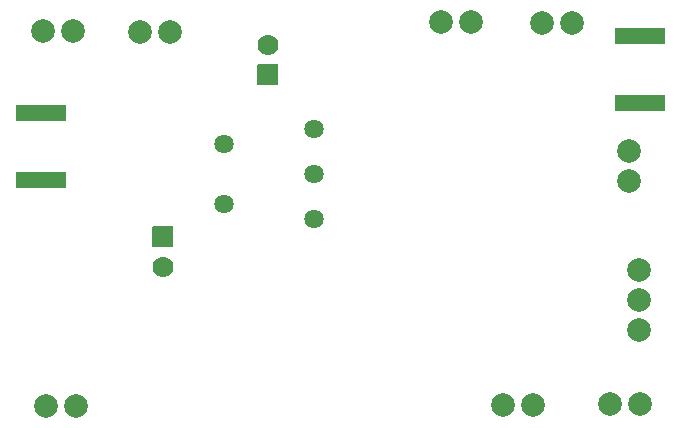
<source format=gbs>
G04 #@! TF.GenerationSoftware,KiCad,Pcbnew,7.0.10*
G04 #@! TF.CreationDate,2024-04-22T16:50:03-07:00*
G04 #@! TF.ProjectId,qsd_revC,7173645f-7265-4764-932e-6b696361645f,rev?*
G04 #@! TF.SameCoordinates,Original*
G04 #@! TF.FileFunction,Soldermask,Bot*
G04 #@! TF.FilePolarity,Negative*
%FSLAX46Y46*%
G04 Gerber Fmt 4.6, Leading zero omitted, Abs format (unit mm)*
G04 Created by KiCad (PCBNEW 7.0.10) date 2024-04-22 16:50:03*
%MOMM*%
%LPD*%
G01*
G04 APERTURE LIST*
G04 Aperture macros list*
%AMRoundRect*
0 Rectangle with rounded corners*
0 $1 Rounding radius*
0 $2 $3 $4 $5 $6 $7 $8 $9 X,Y pos of 4 corners*
0 Add a 4 corners polygon primitive as box body*
4,1,4,$2,$3,$4,$5,$6,$7,$8,$9,$2,$3,0*
0 Add four circle primitives for the rounded corners*
1,1,$1+$1,$2,$3*
1,1,$1+$1,$4,$5*
1,1,$1+$1,$6,$7*
1,1,$1+$1,$8,$9*
0 Add four rect primitives between the rounded corners*
20,1,$1+$1,$2,$3,$4,$5,0*
20,1,$1+$1,$4,$5,$6,$7,0*
20,1,$1+$1,$6,$7,$8,$9,0*
20,1,$1+$1,$8,$9,$2,$3,0*%
G04 Aperture macros list end*
%ADD10C,2.006600*%
%ADD11R,4.200000X1.350000*%
%ADD12RoundRect,0.063500X0.825500X-0.825500X0.825500X0.825500X-0.825500X0.825500X-0.825500X-0.825500X0*%
%ADD13C,1.778000*%
%ADD14C,1.627000*%
%ADD15RoundRect,0.063500X-0.825500X0.825500X-0.825500X-0.825500X0.825500X-0.825500X0.825500X0.825500X0*%
G04 APERTURE END LIST*
D10*
X158606100Y-90704600D03*
X161146100Y-90704600D03*
X157776100Y-123004600D03*
X155236100Y-123004600D03*
D11*
X166888600Y-97429600D03*
X166888600Y-91779600D03*
D10*
X119096100Y-123104600D03*
X116556100Y-123104600D03*
X166846100Y-122904600D03*
X164306100Y-122904600D03*
X166776100Y-111564600D03*
X166776100Y-114104600D03*
X166776100Y-116644600D03*
D12*
X126476100Y-108834600D03*
D13*
X126476100Y-111374600D03*
D10*
X116306100Y-91354600D03*
X118846100Y-91354600D03*
X152546100Y-90604600D03*
X150006100Y-90604600D03*
D14*
X131616100Y-100914600D03*
X131616100Y-105994600D03*
X139236100Y-99644600D03*
X139236100Y-103454600D03*
X139236100Y-107264600D03*
D11*
X116163600Y-98304600D03*
X116163600Y-103954600D03*
D10*
X165951100Y-101479600D03*
X165951100Y-104019600D03*
X127071100Y-91429600D03*
X124531100Y-91429600D03*
D15*
X135376100Y-95074600D03*
D13*
X135376100Y-92534600D03*
M02*

</source>
